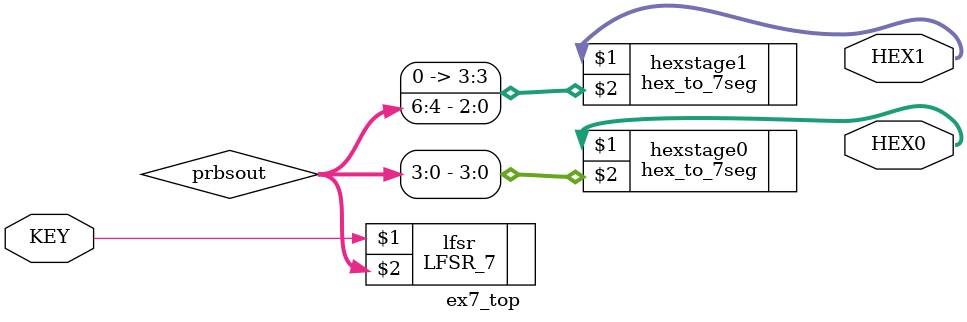
<source format=v>
module ex7_top(KEY, HEX0, HEX1);
	//input CLOCK_50;
	input [3:3] KEY;
	output [6:0] HEX0, HEX1;
	
	wire [6:0] prbsout;
	//wire [3:0] seg7_0, seg7_1, seg7_2;
	
	LFSR_7 lfsr(KEY, prbsout);
	//bin2bcd8 binstage({1'b0,prbsout}, seg7_0, seg7_1, seg7_2);
	hex_to_7seg hexstage0 (HEX0, prbsout[3:0]);
	hex_to_7seg hexstage1 (HEX1, {1'b0, prbsout[6:4]});
	//hex_to_7seg hexstage2 (HEX2, seg7_2);
	
	endmodule
	
</source>
